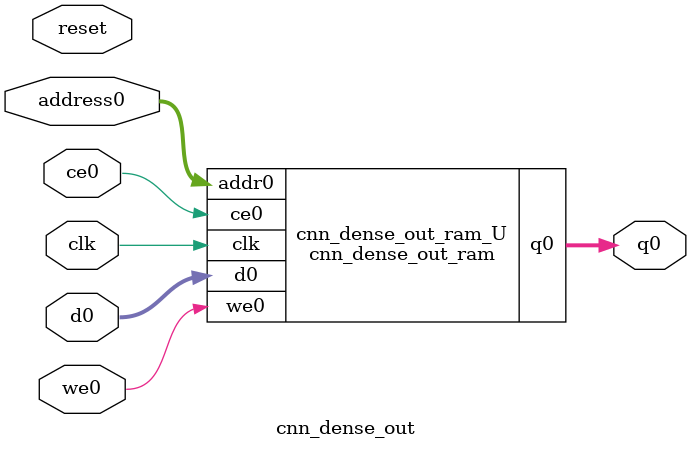
<source format=v>
`timescale 1 ns / 1 ps
module cnn_dense_out_ram (addr0, ce0, d0, we0, q0,  clk);

parameter DWIDTH = 32;
parameter AWIDTH = 6;
parameter MEM_SIZE = 60;

input[AWIDTH-1:0] addr0;
input ce0;
input[DWIDTH-1:0] d0;
input we0;
output reg[DWIDTH-1:0] q0;
input clk;

(* ram_style = "block" *)reg [DWIDTH-1:0] ram[0:MEM_SIZE-1];




always @(posedge clk)  
begin 
    if (ce0) 
    begin
        if (we0) 
        begin 
            ram[addr0] <= d0; 
        end 
        q0 <= ram[addr0];
    end
end


endmodule

`timescale 1 ns / 1 ps
module cnn_dense_out(
    reset,
    clk,
    address0,
    ce0,
    we0,
    d0,
    q0);

parameter DataWidth = 32'd32;
parameter AddressRange = 32'd60;
parameter AddressWidth = 32'd6;
input reset;
input clk;
input[AddressWidth - 1:0] address0;
input ce0;
input we0;
input[DataWidth - 1:0] d0;
output[DataWidth - 1:0] q0;



cnn_dense_out_ram cnn_dense_out_ram_U(
    .clk( clk ),
    .addr0( address0 ),
    .ce0( ce0 ),
    .we0( we0 ),
    .d0( d0 ),
    .q0( q0 ));

endmodule


</source>
